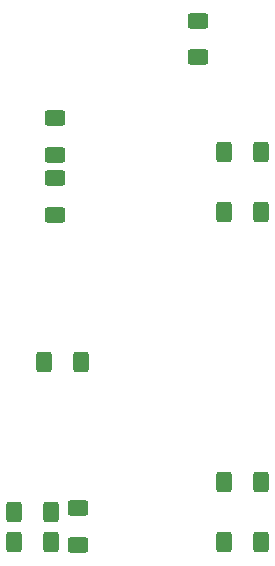
<source format=gbr>
%TF.GenerationSoftware,KiCad,Pcbnew,(6.0.5)*%
%TF.CreationDate,2023-05-17T00:25:04-04:00*%
%TF.ProjectId,as3340_no_mux,61733333-3430-45f6-9e6f-5f6d75782e6b,rev?*%
%TF.SameCoordinates,Original*%
%TF.FileFunction,Paste,Top*%
%TF.FilePolarity,Positive*%
%FSLAX46Y46*%
G04 Gerber Fmt 4.6, Leading zero omitted, Abs format (unit mm)*
G04 Created by KiCad (PCBNEW (6.0.5)) date 2023-05-17 00:25:04*
%MOMM*%
%LPD*%
G01*
G04 APERTURE LIST*
G04 Aperture macros list*
%AMRoundRect*
0 Rectangle with rounded corners*
0 $1 Rounding radius*
0 $2 $3 $4 $5 $6 $7 $8 $9 X,Y pos of 4 corners*
0 Add a 4 corners polygon primitive as box body*
4,1,4,$2,$3,$4,$5,$6,$7,$8,$9,$2,$3,0*
0 Add four circle primitives for the rounded corners*
1,1,$1+$1,$2,$3*
1,1,$1+$1,$4,$5*
1,1,$1+$1,$6,$7*
1,1,$1+$1,$8,$9*
0 Add four rect primitives between the rounded corners*
20,1,$1+$1,$2,$3,$4,$5,0*
20,1,$1+$1,$4,$5,$6,$7,0*
20,1,$1+$1,$6,$7,$8,$9,0*
20,1,$1+$1,$8,$9,$2,$3,0*%
G04 Aperture macros list end*
%ADD10RoundRect,0.250000X-0.625000X0.400000X-0.625000X-0.400000X0.625000X-0.400000X0.625000X0.400000X0*%
%ADD11RoundRect,0.250000X-0.400000X-0.625000X0.400000X-0.625000X0.400000X0.625000X-0.400000X0.625000X0*%
%ADD12RoundRect,0.250000X0.625000X-0.400000X0.625000X0.400000X-0.625000X0.400000X-0.625000X-0.400000X0*%
%ADD13RoundRect,0.250000X0.400000X0.625000X-0.400000X0.625000X-0.400000X-0.625000X0.400000X-0.625000X0*%
G04 APERTURE END LIST*
D10*
%TO.C,R64*%
X111760000Y-144500000D03*
X111760000Y-147600000D03*
%TD*%
D11*
%TO.C,R66*%
X124180000Y-147320000D03*
X127280000Y-147320000D03*
%TD*%
D12*
%TO.C,R55*%
X109855000Y-114580000D03*
X109855000Y-111480000D03*
%TD*%
D10*
%TO.C,R54*%
X109855000Y-116560000D03*
X109855000Y-119660000D03*
%TD*%
D13*
%TO.C,R1*%
X127280000Y-119380000D03*
X124180000Y-119380000D03*
%TD*%
D11*
%TO.C,R62*%
X106400000Y-144780000D03*
X109500000Y-144780000D03*
%TD*%
D13*
%TO.C,R69*%
X112040000Y-132080000D03*
X108940000Y-132080000D03*
%TD*%
%TO.C,R68*%
X109500000Y-147320000D03*
X106400000Y-147320000D03*
%TD*%
%TO.C,R58*%
X127280000Y-142240000D03*
X124180000Y-142240000D03*
%TD*%
%TO.C,R51*%
X127280000Y-114300000D03*
X124180000Y-114300000D03*
%TD*%
D10*
%TO.C,R36*%
X121920000Y-103225000D03*
X121920000Y-106325000D03*
%TD*%
M02*

</source>
